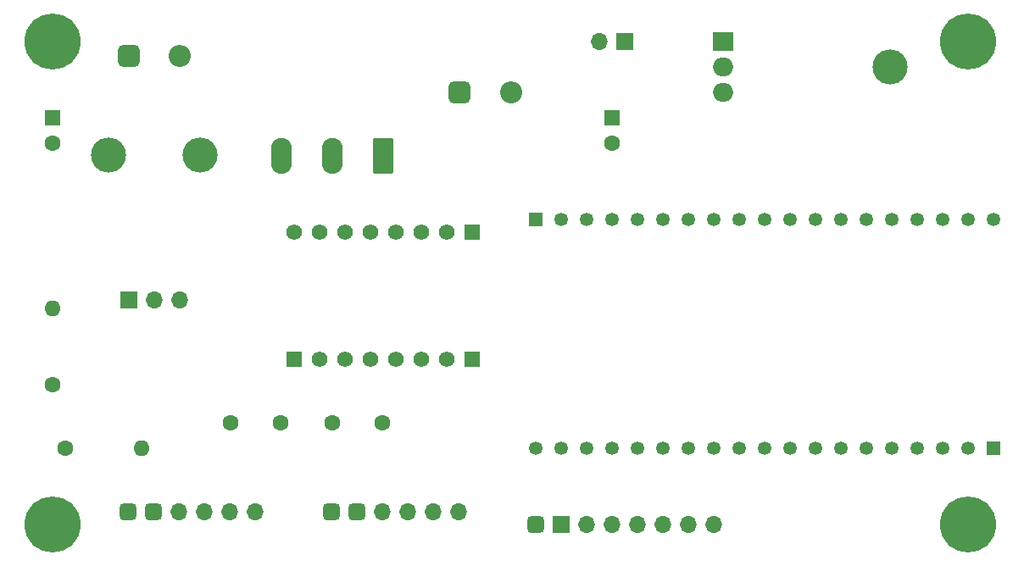
<source format=gbs>
G04 #@! TF.GenerationSoftware,KiCad,Pcbnew,7.0.1*
G04 #@! TF.CreationDate,2023-04-20T15:53:33+01:00*
G04 #@! TF.ProjectId,SelfBalancingRobot,53656c66-4261-46c6-916e-63696e67526f,rev?*
G04 #@! TF.SameCoordinates,Original*
G04 #@! TF.FileFunction,Soldermask,Bot*
G04 #@! TF.FilePolarity,Negative*
%FSLAX46Y46*%
G04 Gerber Fmt 4.6, Leading zero omitted, Abs format (unit mm)*
G04 Created by KiCad (PCBNEW 7.0.1) date 2023-04-20 15:53:33*
%MOMM*%
%LPD*%
G01*
G04 APERTURE LIST*
G04 Aperture macros list*
%AMRoundRect*
0 Rectangle with rounded corners*
0 $1 Rounding radius*
0 $2 $3 $4 $5 $6 $7 $8 $9 X,Y pos of 4 corners*
0 Add a 4 corners polygon primitive as box body*
4,1,4,$2,$3,$4,$5,$6,$7,$8,$9,$2,$3,0*
0 Add four circle primitives for the rounded corners*
1,1,$1+$1,$2,$3*
1,1,$1+$1,$4,$5*
1,1,$1+$1,$6,$7*
1,1,$1+$1,$8,$9*
0 Add four rect primitives between the rounded corners*
20,1,$1+$1,$2,$3,$4,$5,0*
20,1,$1+$1,$4,$5,$6,$7,0*
20,1,$1+$1,$6,$7,$8,$9,0*
20,1,$1+$1,$8,$9,$2,$3,0*%
G04 Aperture macros list end*
%ADD10O,3.500000X3.500000*%
%ADD11R,1.700000X1.700000*%
%ADD12O,1.700000X1.700000*%
%ADD13O,2.200000X2.200000*%
%ADD14RoundRect,0.550000X0.550000X-0.550000X0.550000X0.550000X-0.550000X0.550000X-0.550000X-0.550000X0*%
%ADD15RoundRect,0.550000X-0.550000X0.550000X-0.550000X-0.550000X0.550000X-0.550000X0.550000X0.550000X0*%
%ADD16RoundRect,0.249999X0.790001X1.550001X-0.790001X1.550001X-0.790001X-1.550001X0.790001X-1.550001X0*%
%ADD17O,2.080000X3.600000*%
%ADD18O,1.600000X1.600000*%
%ADD19C,1.600000*%
%ADD20R,2.000000X1.905000*%
%ADD21O,2.000000X1.905000*%
%ADD22C,3.600000*%
%ADD23C,5.600000*%
%ADD24R,1.600000X1.600000*%
%ADD25RoundRect,0.425000X0.425000X-0.425000X0.425000X0.425000X-0.425000X0.425000X-0.425000X-0.425000X0*%
%ADD26R,1.560000X1.560000*%
%ADD27C,1.560000*%
%ADD28R,1.350000X1.350000*%
%ADD29C,1.350000*%
G04 APERTURE END LIST*
D10*
X112268000Y-85042000D03*
X121412000Y-85042000D03*
D11*
X114300000Y-99520000D03*
D12*
X116840000Y-99520000D03*
X119380000Y-99520000D03*
D13*
X119380000Y-75136000D03*
D14*
X114300000Y-75136000D03*
D13*
X152460000Y-78740000D03*
D15*
X147320000Y-78740000D03*
D11*
X163830000Y-73660000D03*
D12*
X161290000Y-73660000D03*
D16*
X139700000Y-85057500D03*
D17*
X134620000Y-85057500D03*
X129540000Y-85057500D03*
D18*
X106680000Y-100330000D03*
D19*
X106680000Y-107950000D03*
X107950000Y-114300000D03*
D18*
X115570000Y-114300000D03*
D10*
X190310000Y-76200000D03*
D20*
X173650000Y-73660000D03*
D21*
X173650000Y-76200000D03*
X173650000Y-78740000D03*
D22*
X106680000Y-121920000D03*
D23*
X106680000Y-121920000D03*
D24*
X106680000Y-81320000D03*
D19*
X106680000Y-83820000D03*
D22*
X198120000Y-73660000D03*
D23*
X198120000Y-73660000D03*
D25*
X134540000Y-120650000D03*
X137080000Y-120650000D03*
D12*
X139620000Y-120650000D03*
X142160000Y-120650000D03*
X144700000Y-120650000D03*
X147240000Y-120650000D03*
D26*
X130810000Y-105410000D03*
D27*
X133350000Y-105410000D03*
X135890000Y-105410000D03*
X138430000Y-105410000D03*
X140970000Y-105410000D03*
X143510000Y-105410000D03*
X146050000Y-105410000D03*
D26*
X148590000Y-105410000D03*
X148590000Y-92710000D03*
D27*
X146050000Y-92710000D03*
X143510000Y-92710000D03*
X140970000Y-92710000D03*
X138430000Y-92710000D03*
X135890000Y-92710000D03*
X133350000Y-92710000D03*
X130810000Y-92710000D03*
D19*
X124460000Y-111760000D03*
X129460000Y-111760000D03*
D22*
X198120000Y-121920000D03*
D23*
X198120000Y-121920000D03*
D19*
X134620000Y-111760000D03*
X139620000Y-111760000D03*
D25*
X114220000Y-120650000D03*
X116760000Y-120650000D03*
D12*
X119300000Y-120650000D03*
X121840000Y-120650000D03*
X124380000Y-120650000D03*
X126920000Y-120650000D03*
X170180000Y-121920000D03*
D11*
X157480000Y-121920000D03*
D12*
X172720000Y-121920000D03*
X160020000Y-121920000D03*
X162560000Y-121920000D03*
D25*
X154940000Y-121920000D03*
D12*
X167640000Y-121920000D03*
X165100000Y-121920000D03*
D22*
X106680000Y-73660000D03*
D23*
X106680000Y-73660000D03*
D28*
X154940000Y-91440000D03*
D29*
X157480000Y-91440000D03*
X160020000Y-91440000D03*
X162560000Y-91440000D03*
X165100000Y-91440000D03*
X167640000Y-91440000D03*
X170180000Y-91440000D03*
X172720000Y-91440000D03*
X175260000Y-91440000D03*
X177800000Y-91440000D03*
X180340000Y-91440000D03*
X182880000Y-91440000D03*
X185420000Y-91440000D03*
X187960000Y-91440000D03*
X190500000Y-91440000D03*
X193040000Y-91440000D03*
X195580000Y-91440000D03*
X198120000Y-91440000D03*
X200660000Y-91440000D03*
D28*
X200660000Y-114300000D03*
D29*
X198120000Y-114300000D03*
X195580000Y-114300000D03*
X193040000Y-114300000D03*
X190500000Y-114300000D03*
X187960000Y-114300000D03*
X185420000Y-114300000D03*
X182880000Y-114300000D03*
X180340000Y-114300000D03*
X177800000Y-114300000D03*
X175260000Y-114300000D03*
X172720000Y-114300000D03*
X170180000Y-114300000D03*
X167640000Y-114300000D03*
X165100000Y-114300000D03*
X162560000Y-114300000D03*
X160020000Y-114300000D03*
X157480000Y-114300000D03*
X154940000Y-114300000D03*
D24*
X162560000Y-81320000D03*
D19*
X162560000Y-83820000D03*
M02*

</source>
